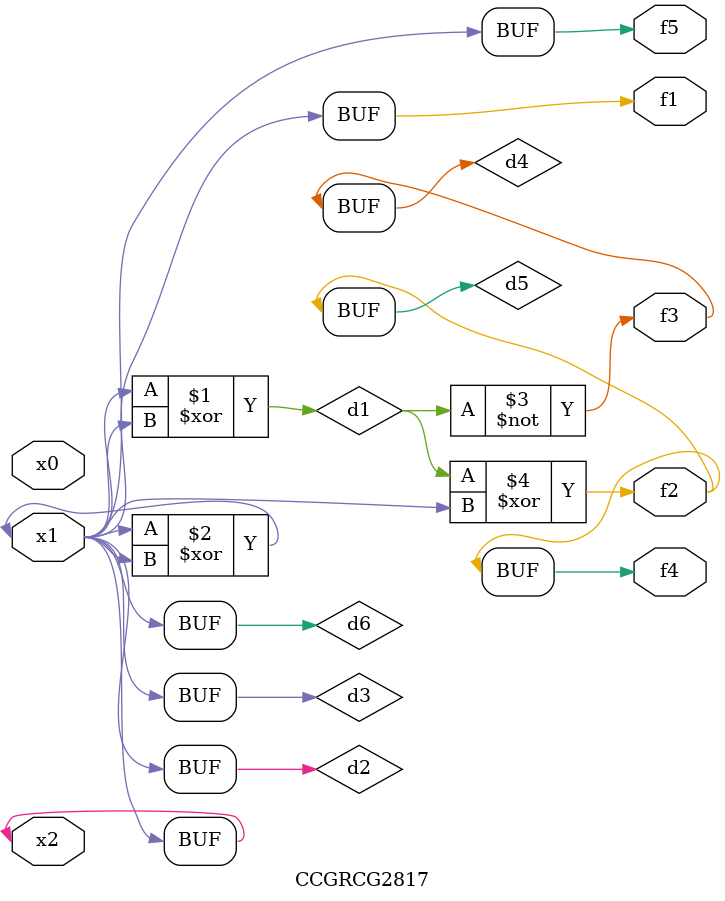
<source format=v>
module CCGRCG2817(
	input x0, x1, x2,
	output f1, f2, f3, f4, f5
);

	wire d1, d2, d3, d4, d5, d6;

	xor (d1, x1, x2);
	buf (d2, x1, x2);
	xor (d3, x1, x2);
	nor (d4, d1);
	xor (d5, d1, d2);
	buf (d6, d2, d3);
	assign f1 = d6;
	assign f2 = d5;
	assign f3 = d4;
	assign f4 = d5;
	assign f5 = d6;
endmodule

</source>
